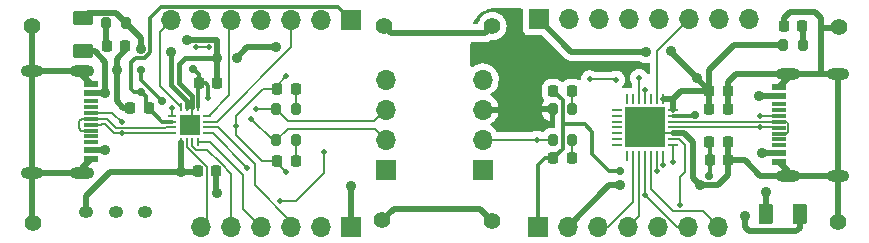
<source format=gtl>
%TF.GenerationSoftware,KiCad,Pcbnew,(6.0.8)*%
%TF.CreationDate,2022-10-12T10:35:20+08:00*%
%TF.ProjectId,UINIO-USB-UART,55494e49-4f2d-4555-9342-2d554152542e,Hank*%
%TF.SameCoordinates,Original*%
%TF.FileFunction,Copper,L1,Top*%
%TF.FilePolarity,Positive*%
%FSLAX46Y46*%
G04 Gerber Fmt 4.6, Leading zero omitted, Abs format (unit mm)*
G04 Created by KiCad (PCBNEW (6.0.8)) date 2022-10-12 10:35:20*
%MOMM*%
%LPD*%
G01*
G04 APERTURE LIST*
G04 Aperture macros list*
%AMRoundRect*
0 Rectangle with rounded corners*
0 $1 Rounding radius*
0 $2 $3 $4 $5 $6 $7 $8 $9 X,Y pos of 4 corners*
0 Add a 4 corners polygon primitive as box body*
4,1,4,$2,$3,$4,$5,$6,$7,$8,$9,$2,$3,0*
0 Add four circle primitives for the rounded corners*
1,1,$1+$1,$2,$3*
1,1,$1+$1,$4,$5*
1,1,$1+$1,$6,$7*
1,1,$1+$1,$8,$9*
0 Add four rect primitives between the rounded corners*
20,1,$1+$1,$2,$3,$4,$5,0*
20,1,$1+$1,$4,$5,$6,$7,0*
20,1,$1+$1,$6,$7,$8,$9,0*
20,1,$1+$1,$8,$9,$2,$3,0*%
G04 Aperture macros list end*
%TA.AperFunction,SMDPad,CuDef*%
%ADD10RoundRect,0.250000X-0.375000X-0.625000X0.375000X-0.625000X0.375000X0.625000X-0.375000X0.625000X0*%
%TD*%
%TA.AperFunction,SMDPad,CuDef*%
%ADD11RoundRect,0.225000X-0.225000X-0.250000X0.225000X-0.250000X0.225000X0.250000X-0.225000X0.250000X0*%
%TD*%
%TA.AperFunction,SMDPad,CuDef*%
%ADD12RoundRect,0.218750X0.218750X0.256250X-0.218750X0.256250X-0.218750X-0.256250X0.218750X-0.256250X0*%
%TD*%
%TA.AperFunction,SMDPad,CuDef*%
%ADD13RoundRect,0.200000X-0.200000X-0.275000X0.200000X-0.275000X0.200000X0.275000X-0.200000X0.275000X0*%
%TD*%
%TA.AperFunction,SMDPad,CuDef*%
%ADD14RoundRect,0.250000X0.625000X-0.375000X0.625000X0.375000X-0.625000X0.375000X-0.625000X-0.375000X0*%
%TD*%
%TA.AperFunction,ComponentPad*%
%ADD15O,2.100000X1.000000*%
%TD*%
%TA.AperFunction,ComponentPad*%
%ADD16O,1.900000X1.000000*%
%TD*%
%TA.AperFunction,SMDPad,CuDef*%
%ADD17R,1.150000X0.600000*%
%TD*%
%TA.AperFunction,SMDPad,CuDef*%
%ADD18R,1.150000X0.300000*%
%TD*%
%TA.AperFunction,SMDPad,CuDef*%
%ADD19R,0.905000X0.280000*%
%TD*%
%TA.AperFunction,SMDPad,CuDef*%
%ADD20R,0.280000X0.905000*%
%TD*%
%TA.AperFunction,SMDPad,CuDef*%
%ADD21R,3.350000X3.350000*%
%TD*%
%TA.AperFunction,SMDPad,CuDef*%
%ADD22RoundRect,0.225000X0.225000X0.250000X-0.225000X0.250000X-0.225000X-0.250000X0.225000X-0.250000X0*%
%TD*%
%TA.AperFunction,ComponentPad*%
%ADD23O,1.200000X1.000000*%
%TD*%
%TA.AperFunction,ComponentPad*%
%ADD24R,1.700000X1.700000*%
%TD*%
%TA.AperFunction,ComponentPad*%
%ADD25O,1.700000X1.700000*%
%TD*%
%TA.AperFunction,SMDPad,CuDef*%
%ADD26RoundRect,0.200000X0.200000X0.275000X-0.200000X0.275000X-0.200000X-0.275000X0.200000X-0.275000X0*%
%TD*%
%TA.AperFunction,SMDPad,CuDef*%
%ADD27RoundRect,0.218750X-0.218750X-0.256250X0.218750X-0.256250X0.218750X0.256250X-0.218750X0.256250X0*%
%TD*%
%TA.AperFunction,SMDPad,CuDef*%
%ADD28R,0.250000X0.750000*%
%TD*%
%TA.AperFunction,SMDPad,CuDef*%
%ADD29R,0.750000X0.250000*%
%TD*%
%TA.AperFunction,SMDPad,CuDef*%
%ADD30R,1.700000X1.700000*%
%TD*%
%TA.AperFunction,ViaPad*%
%ADD31C,0.900000*%
%TD*%
%TA.AperFunction,ViaPad*%
%ADD32C,1.400000*%
%TD*%
%TA.AperFunction,ViaPad*%
%ADD33C,0.700000*%
%TD*%
%TA.AperFunction,ViaPad*%
%ADD34C,0.500000*%
%TD*%
%TA.AperFunction,Conductor*%
%ADD35C,0.500000*%
%TD*%
%TA.AperFunction,Conductor*%
%ADD36C,0.400000*%
%TD*%
%TA.AperFunction,Conductor*%
%ADD37C,0.300000*%
%TD*%
%TA.AperFunction,Conductor*%
%ADD38C,0.200000*%
%TD*%
G04 APERTURE END LIST*
D10*
%TO.P,F2,1*%
%TO.N,Net-(F2-Pad1)*%
X188660000Y-107570000D03*
%TO.P,F2,2*%
%TO.N,/CP2102_VDD_5V*%
X191460000Y-107570000D03*
%TD*%
D11*
%TO.P,C2,1*%
%TO.N,/CP2102_VDD_5V*%
X183835000Y-98670000D03*
%TO.P,C2,2*%
%TO.N,GND*%
X185385000Y-98670000D03*
%TD*%
D12*
%TO.P,D2,1,K*%
%TO.N,Net-(D2-Pad1)*%
X172180000Y-97160000D03*
%TO.P,D2,2,A*%
%TO.N,/CP2102_VDD_3.3V*%
X170605000Y-97160000D03*
%TD*%
D13*
%TO.P,R6,1*%
%TO.N,/CH343_TXD*%
X147167500Y-101330002D03*
%TO.P,R6,2*%
%TO.N,Net-(D6-Pad1)*%
X148817500Y-101330002D03*
%TD*%
D14*
%TO.P,F1,1*%
%TO.N,Net-(F1-Pad1)*%
X130812500Y-93820000D03*
%TO.P,F1,2*%
%TO.N,/CH343_VDD_5V*%
X130812500Y-91020000D03*
%TD*%
D13*
%TO.P,R5,1*%
%TO.N,/CH343_RXD*%
X147167500Y-98726668D03*
%TO.P,R5,2*%
%TO.N,Net-(D5-Pad1)*%
X148817500Y-98726668D03*
%TD*%
D15*
%TO.P,USB2,13,GND*%
%TO.N,GND*%
X190478700Y-104345000D03*
%TO.P,USB2,14,GND*%
X190478700Y-95695000D03*
D16*
%TO.P,USB2,15,GND*%
X194678700Y-104345000D03*
%TO.P,USB2,16,GND*%
X194678700Y-95695000D03*
D17*
%TO.P,USB2,A1B12,GND*%
X189716700Y-103220000D03*
%TO.P,USB2,A4B9,VBUS*%
%TO.N,Net-(F2-Pad1)*%
X189716700Y-102420000D03*
D18*
%TO.P,USB2,A5,CC1*%
%TO.N,unconnected-(USB2-PadA5)*%
X189716700Y-101270000D03*
%TO.P,USB2,A6,DP1*%
%TO.N,/CP2102_USB_Data_P*%
X189716700Y-100270000D03*
%TO.P,USB2,A7,DN1*%
%TO.N,/CP2102_USB_Data_N*%
X189716700Y-99770000D03*
%TO.P,USB2,A8,SBU1*%
%TO.N,unconnected-(USB2-PadA8)*%
X189716700Y-98770000D03*
D17*
%TO.P,USB2,B1A12,GND*%
%TO.N,GND*%
X189716700Y-96820000D03*
%TO.P,USB2,B4A9,VBUS*%
%TO.N,Net-(F2-Pad1)*%
X189716700Y-97620000D03*
D18*
%TO.P,USB2,B5,CC2*%
%TO.N,unconnected-(USB2-PadB5)*%
X189716700Y-98270000D03*
%TO.P,USB2,B6,DP2*%
%TO.N,/CP2102_USB_Data_P*%
X189716700Y-99270000D03*
%TO.P,USB2,B7,DN2*%
%TO.N,/CP2102_USB_Data_N*%
X189716700Y-100770000D03*
%TO.P,USB2,B8,SBU2*%
%TO.N,unconnected-(USB2-PadB8)*%
X189716700Y-101770000D03*
%TD*%
D19*
%TO.P,U1,1,DCD*%
%TO.N,/CP2102_DCD*%
X180767000Y-101760000D03*
%TO.P,U1,2,RI*%
%TO.N,/CP2102_RI*%
X180767000Y-101260000D03*
%TO.P,U1,3,GND*%
%TO.N,GND*%
X180767000Y-100760000D03*
%TO.P,U1,4,D+*%
%TO.N,/CP2102_USB_Data_P*%
X180767000Y-100260000D03*
%TO.P,U1,5,D-*%
%TO.N,/CP2102_USB_Data_N*%
X180767000Y-99760000D03*
%TO.P,U1,6,VDD*%
%TO.N,/CP2102_VDD_3.3V*%
X180767000Y-99260000D03*
%TO.P,U1,7,REGIN*%
%TO.N,/CP2102_VDD_5V*%
X180767000Y-98760000D03*
D20*
%TO.P,U1,8,VBUS*%
X179890000Y-97883000D03*
%TO.P,U1,9,\u002ARST*%
%TO.N,/CP2102_RST*%
X179390000Y-97883000D03*
%TO.P,U1,10,NC*%
%TO.N,unconnected-(U1-Pad10)*%
X178890000Y-97883000D03*
%TO.P,U1,11,\u002ASUSPEND*%
%TO.N,/CP2102_\u002ASUSPEND*%
X178390000Y-97883000D03*
%TO.P,U1,12,SUSPEND*%
%TO.N,/CP2102_SUSPEND*%
X177890000Y-97883000D03*
%TO.P,U1,13,NC*%
%TO.N,unconnected-(U1-Pad13)*%
X177390000Y-97883000D03*
%TO.P,U1,14,NC*%
%TO.N,unconnected-(U1-Pad14)*%
X176890000Y-97883000D03*
D19*
%TO.P,U1,15,NC*%
%TO.N,unconnected-(U1-Pad15)*%
X176013000Y-98760000D03*
%TO.P,U1,16,NC*%
%TO.N,unconnected-(U1-Pad16)*%
X176013000Y-99260000D03*
%TO.P,U1,17,NC*%
%TO.N,unconnected-(U1-Pad17)*%
X176013000Y-99760000D03*
%TO.P,U1,18,NC*%
%TO.N,unconnected-(U1-Pad18)*%
X176013000Y-100260000D03*
%TO.P,U1,19,NC*%
%TO.N,unconnected-(U1-Pad19)*%
X176013000Y-100760000D03*
%TO.P,U1,20,NC*%
%TO.N,unconnected-(U1-Pad20)*%
X176013000Y-101260000D03*
%TO.P,U1,21,NC*%
%TO.N,unconnected-(U1-Pad21)*%
X176013000Y-101760000D03*
D20*
%TO.P,U1,22,NC*%
%TO.N,unconnected-(U1-Pad22)*%
X176890000Y-102637000D03*
%TO.P,U1,23,CTS*%
%TO.N,/CP2102_CTS*%
X177390000Y-102637000D03*
%TO.P,U1,24,RTS*%
%TO.N,/CP2102_RTS*%
X177890000Y-102637000D03*
%TO.P,U1,25,RXD*%
%TO.N,/CP2102_RXD*%
X178390000Y-102637000D03*
%TO.P,U1,26,TXD*%
%TO.N,/CP2102_TXD*%
X178890000Y-102637000D03*
%TO.P,U1,27,DSR*%
%TO.N,/CP2102_DSR*%
X179390000Y-102637000D03*
%TO.P,U1,28,DTR*%
%TO.N,/CP2102_DTR*%
X179890000Y-102637000D03*
D21*
%TO.P,U1,29,HEAT_TAB*%
%TO.N,GND*%
X178390000Y-100260000D03*
%TD*%
D13*
%TO.P,R1,1*%
%TO.N,Net-(D1-Pad2)*%
X132777500Y-91430000D03*
%TO.P,R1,2*%
%TO.N,/CH343_VDD_5V*%
X134427500Y-91430000D03*
%TD*%
D12*
%TO.P,D5,1,K*%
%TO.N,Net-(D5-Pad1)*%
X148800000Y-96960000D03*
%TO.P,D5,2,A*%
%TO.N,/CH343_VIO*%
X147225000Y-96960000D03*
%TD*%
D22*
%TO.P,C5,1*%
%TO.N,GND*%
X142065000Y-103980000D03*
%TO.P,C5,2*%
%TO.N,/CH343_VDD_5V*%
X140515000Y-103980000D03*
%TD*%
D23*
%TO.P,SW1,1,1*%
%TO.N,/CH343_VDD_5V*%
X131060000Y-107380000D03*
%TO.P,SW1,2,2*%
%TO.N,/CH343_VIO*%
X133560000Y-107380000D03*
%TO.P,SW1,3,3*%
%TO.N,/CH343_VDD_3.3V*%
X136060000Y-107380000D03*
%TD*%
D11*
%TO.P,C7,1*%
%TO.N,/CH343_VIO*%
X140593800Y-96520000D03*
%TO.P,C7,2*%
%TO.N,GND*%
X142143800Y-96520000D03*
%TD*%
D24*
%TO.P,J2,1,Pin_1*%
%TO.N,/CP2102_RTS*%
X164640000Y-103820000D03*
D25*
%TO.P,J2,2,Pin_2*%
%TO.N,/CP2102_TXD*%
X164640000Y-101280000D03*
%TO.P,J2,3,Pin_3*%
%TO.N,/CP2102_RXD*%
X164640000Y-98740000D03*
%TO.P,J2,4,Pin_4*%
%TO.N,/CP2102_DTR*%
X164640000Y-96200000D03*
%TD*%
D26*
%TO.P,R4,1*%
%TO.N,Net-(D4-Pad2)*%
X191735000Y-93270000D03*
%TO.P,R4,2*%
%TO.N,/CP2102_VDD_5V*%
X190085000Y-93270000D03*
%TD*%
D11*
%TO.P,C4,1*%
%TO.N,/CP2102_VDD_3.3V*%
X183835000Y-101468000D03*
%TO.P,C4,2*%
%TO.N,GND*%
X185385000Y-101468000D03*
%TD*%
D13*
%TO.P,R3,1*%
%TO.N,/CP2102_TXD*%
X170565000Y-101290000D03*
%TO.P,R3,2*%
%TO.N,Net-(D3-Pad1)*%
X172215000Y-101290000D03*
%TD*%
D15*
%TO.P,USB1,13,GND*%
%TO.N,GND*%
X130671500Y-95445000D03*
%TO.P,USB1,14,GND*%
X130671500Y-104095000D03*
D16*
%TO.P,USB1,15,GND*%
X126471500Y-95445000D03*
%TO.P,USB1,16,GND*%
X126471500Y-104095000D03*
D17*
%TO.P,USB1,A1B12,GND*%
X131433500Y-96570000D03*
%TO.P,USB1,A4B9,VBUS*%
%TO.N,Net-(F1-Pad1)*%
X131433500Y-97370000D03*
D18*
%TO.P,USB1,A5,CC1*%
%TO.N,unconnected-(USB1-PadA5)*%
X131433500Y-98520000D03*
%TO.P,USB1,A6,DP1*%
%TO.N,/CH343_USB_Data_P*%
X131433500Y-99520000D03*
%TO.P,USB1,A7,DN1*%
%TO.N,/CH343_USB_Data_N*%
X131433500Y-100020000D03*
%TO.P,USB1,A8,SBU1*%
%TO.N,unconnected-(USB1-PadA8)*%
X131433500Y-101020000D03*
D17*
%TO.P,USB1,B1A12,GND*%
%TO.N,GND*%
X131433500Y-102970000D03*
%TO.P,USB1,B4A9,VBUS*%
%TO.N,Net-(F1-Pad1)*%
X131433500Y-102170000D03*
D18*
%TO.P,USB1,B5,CC2*%
%TO.N,unconnected-(USB1-PadB5)*%
X131433500Y-101520000D03*
%TO.P,USB1,B6,DP2*%
%TO.N,/CH343_USB_Data_P*%
X131433500Y-100520000D03*
%TO.P,USB1,B7,DN2*%
%TO.N,/CH343_USB_Data_N*%
X131433500Y-99020000D03*
%TO.P,USB1,B8,SBU2*%
%TO.N,unconnected-(USB1-PadB8)*%
X131433500Y-98020000D03*
%TD*%
D24*
%TO.P,J5,1,Pin_1*%
%TO.N,/CH343_RTS*%
X156432500Y-103850000D03*
D25*
%TO.P,J5,2,Pin_2*%
%TO.N,/CH343_TXD*%
X156432500Y-101310000D03*
%TO.P,J5,3,Pin_3*%
%TO.N,/CH343_RXD*%
X156432500Y-98770000D03*
%TO.P,J5,4,Pin_4*%
%TO.N,/CH343_DTR*%
X156432500Y-96230000D03*
%TD*%
D12*
%TO.P,D3,1,K*%
%TO.N,Net-(D3-Pad1)*%
X172173500Y-102852000D03*
%TO.P,D3,2,A*%
%TO.N,/CP2102_VDD_3.3V*%
X170598500Y-102852000D03*
%TD*%
%TO.P,D1,1,K*%
%TO.N,GND*%
X134392000Y-93374000D03*
%TO.P,D1,2,A*%
%TO.N,Net-(D1-Pad2)*%
X132817000Y-93374000D03*
%TD*%
%TO.P,D6,1,K*%
%TO.N,Net-(D6-Pad1)*%
X148800000Y-103096668D03*
%TO.P,D6,2,A*%
%TO.N,/CH343_VIO*%
X147225000Y-103096668D03*
%TD*%
D11*
%TO.P,C6,1*%
%TO.N,GND*%
X134797800Y-98590000D03*
%TO.P,C6,2*%
%TO.N,/CH343_VDD_3.3V*%
X136347800Y-98590000D03*
%TD*%
D27*
%TO.P,D4,1,K*%
%TO.N,GND*%
X190132500Y-91670000D03*
%TO.P,D4,2,A*%
%TO.N,Net-(D4-Pad2)*%
X191707500Y-91670000D03*
%TD*%
D11*
%TO.P,C3,1*%
%TO.N,/CP2102_VDD_3.3V*%
X183845000Y-103030000D03*
%TO.P,C3,2*%
%TO.N,GND*%
X185395000Y-103030000D03*
%TD*%
%TO.P,C1,1*%
%TO.N,/CP2102_VDD_5V*%
X183835000Y-97150000D03*
%TO.P,C1,2*%
%TO.N,GND*%
X185385000Y-97150000D03*
%TD*%
D13*
%TO.P,R2,1*%
%TO.N,/CP2102_RXD*%
X170570000Y-98720000D03*
%TO.P,R2,2*%
%TO.N,Net-(D2-Pad1)*%
X172220000Y-98720000D03*
%TD*%
D28*
%TO.P,U2,1,VIO*%
%TO.N,/CH343_VIO*%
X140560800Y-98560000D03*
%TO.P,U2,2,GND*%
%TO.N,GND*%
X140061800Y-98560000D03*
%TO.P,U2,3,VDD5*%
%TO.N,/CH343_VDD_5V*%
X139560800Y-98560000D03*
%TO.P,U2,4,TXD*%
%TO.N,/CH343_TXD*%
X139061800Y-98560000D03*
D29*
%TO.P,U2,5,RXD*%
%TO.N,/CH343_RXD*%
X138362800Y-99260000D03*
%TO.P,U2,6,V3*%
%TO.N,/CH343_VDD_3.3V*%
X138362800Y-99760000D03*
%TO.P,U2,7,UD+*%
%TO.N,/CH343_USB_Data_P*%
X138362800Y-100260000D03*
%TO.P,U2,8,UD-*%
%TO.N,/CH343_USB_Data_N*%
X138362800Y-100760000D03*
D28*
%TO.P,U2,9,VBUS*%
%TO.N,/CH343_VDD_5V*%
X139062800Y-101460000D03*
%TO.P,U2,10,ACT#*%
%TO.N,/CH343_ACT#*%
X139562800Y-101460000D03*
%TO.P,U2,11,DCD*%
%TO.N,/CH343_DCD*%
X140062800Y-101460000D03*
%TO.P,U2,12,DTRTNOW*%
%TO.N,/CH343_DTR*%
X140561800Y-101460000D03*
D29*
%TO.P,U2,13,RTS*%
%TO.N,/CH343_RTS*%
X141262800Y-100760000D03*
%TO.P,U2,14,DSR*%
%TO.N,/CH343_DSR*%
X141262800Y-100260000D03*
%TO.P,U2,15,CTS*%
%TO.N,/CH343_CTS*%
X141262800Y-99760000D03*
%TO.P,U2,16,RI*%
%TO.N,/CH343_RI*%
X141262800Y-99260000D03*
D30*
%TO.P,U2,17,EP*%
%TO.N,GND*%
X139812800Y-100010000D03*
%TD*%
D24*
%TO.P,J4,1,Pin_1*%
%TO.N,/CH343_VDD_5V*%
X153500000Y-108700000D03*
D25*
%TO.P,J4,2,Pin_2*%
%TO.N,GND*%
X150960000Y-108700000D03*
%TO.P,J4,3,Pin_3*%
%TO.N,/CH343_DSR*%
X148420000Y-108700000D03*
%TO.P,J4,4,Pin_4*%
%TO.N,/CH343_DTR*%
X145880000Y-108700000D03*
%TO.P,J4,5,Pin_5*%
%TO.N,/CH343_DCD*%
X143340000Y-108700000D03*
%TO.P,J4,6,Pin_6*%
%TO.N,/CH343_ACT#*%
X140800000Y-108700000D03*
%TD*%
D24*
%TO.P,J3,1,Pin_1*%
%TO.N,/CP2102_VDD_3.3V*%
X169341000Y-108646000D03*
D25*
%TO.P,J3,2,Pin_2*%
%TO.N,GND*%
X171881000Y-108646000D03*
%TO.P,J3,3,Pin_3*%
%TO.N,/CP2102_CTS*%
X174421000Y-108646000D03*
%TO.P,J3,4,Pin_4*%
%TO.N,/CP2102_RTS*%
X176961000Y-108646000D03*
%TO.P,J3,5,Pin_5*%
%TO.N,/CP2102_RI*%
X179501000Y-108646000D03*
%TO.P,J3,6,Pin_6*%
%TO.N,/CP2102_RXD*%
X182041000Y-108646000D03*
%TO.P,J3,7,Pin_7*%
%TO.N,/CP2102_TXD*%
X184581000Y-108646000D03*
%TD*%
D24*
%TO.P,J1,1,Pin_1*%
%TO.N,/CP2102_VDD_5V*%
X169400000Y-91100000D03*
D25*
%TO.P,J1,2,Pin_2*%
%TO.N,GND*%
X171940000Y-91100000D03*
%TO.P,J1,3,Pin_3*%
%TO.N,/CP2102_DSR*%
X174480000Y-91100000D03*
%TO.P,J1,4,Pin_4*%
%TO.N,/CP2102_DTR*%
X177020000Y-91100000D03*
%TO.P,J1,5,Pin_5*%
%TO.N,/CP2102_DCD*%
X179560000Y-91100000D03*
%TO.P,J1,6,Pin_6*%
%TO.N,/CP2102_RST*%
X182100000Y-91100000D03*
%TO.P,J1,7,Pin_7*%
%TO.N,/CP2102_SUSPEND*%
X184640000Y-91100000D03*
%TO.P,J1,8,Pin_8*%
%TO.N,/CP2102_\u002ASUSPEND*%
X187180000Y-91100000D03*
%TD*%
D24*
%TO.P,J6,1,Pin_1*%
%TO.N,/CH343_VDD_3.3V*%
X153500000Y-91194000D03*
D25*
%TO.P,J6,2,Pin_2*%
%TO.N,GND*%
X150960000Y-91194000D03*
%TO.P,J6,3,Pin_3*%
%TO.N,/CH343_CTS*%
X148420000Y-91194000D03*
%TO.P,J6,4,Pin_4*%
%TO.N,/CH343_RTS*%
X145880000Y-91194000D03*
%TO.P,J6,5,Pin_5*%
%TO.N,/CH343_RI*%
X143340000Y-91194000D03*
%TO.P,J6,6,Pin_6*%
%TO.N,/CH343_RXD*%
X140800000Y-91194000D03*
%TO.P,J6,7,Pin_7*%
%TO.N,/CH343_TXD*%
X138260000Y-91194000D03*
%TD*%
D31*
%TO.N,/CP2102_VDD_5V*%
X178460000Y-93840000D03*
X182760000Y-96090000D03*
X180580000Y-93810000D03*
X186850000Y-107760000D03*
D32*
%TO.N,GND*%
X194840000Y-91790000D03*
X126440000Y-91650000D03*
D31*
X139580000Y-92820000D03*
X133640000Y-95430000D03*
X147160000Y-93480000D03*
D32*
X165420000Y-108150000D03*
X156280000Y-91650000D03*
D31*
X183060000Y-105160000D03*
X142139500Y-94340000D03*
X143809500Y-94340000D03*
X176250000Y-105170000D03*
D32*
X165450000Y-91670000D03*
X194700000Y-108240000D03*
D31*
X142100000Y-105840000D03*
D32*
X126540000Y-108350000D03*
X156140000Y-108110000D03*
D31*
%TO.N,/CH343_VDD_5V*%
X138280000Y-93900000D03*
X139060000Y-103990000D03*
X135720000Y-93640000D03*
X153500000Y-105239500D03*
D33*
%TO.N,/CP2102_VDD_3.3V*%
X183820000Y-104350000D03*
X182650000Y-99190000D03*
X176250000Y-103910000D03*
%TO.N,/CH343_VDD_3.3V*%
X135730000Y-97220000D03*
D34*
%TO.N,/CH343_VIO*%
X148020000Y-95920000D03*
D33*
X137460000Y-97990000D03*
D34*
X148020000Y-104020000D03*
D33*
X140150000Y-95300000D03*
D34*
X143750000Y-100130000D03*
X141400000Y-97770000D03*
D33*
X135720000Y-95400000D03*
D31*
%TO.N,Net-(F1-Pad1)*%
X132670000Y-102200000D03*
X132690000Y-97360000D03*
%TO.N,Net-(F2-Pad1)*%
X188650000Y-105710000D03*
X188280000Y-102440000D03*
X188040000Y-97610000D03*
D34*
%TO.N,/CP2102_DSR*%
X179400000Y-103940500D03*
%TO.N,/CP2102_DTR*%
X175940000Y-96200000D03*
X179900000Y-103410000D03*
X173700000Y-96180000D03*
%TO.N,/CP2102_DCD*%
X180770000Y-103160000D03*
%TO.N,/CP2102_SUSPEND*%
X177880000Y-96060000D03*
%TO.N,/CP2102_\u002ASUSPEND*%
X178380000Y-97070000D03*
%TO.N,/CP2102_TXD*%
X169230000Y-101280000D03*
%TO.N,/CP2102_RXD*%
X178390000Y-105940000D03*
X169210000Y-98740000D03*
%TO.N,/CH343_DTR*%
X151170000Y-102360000D03*
X147470000Y-106510000D03*
%TO.N,/CH343_TXD*%
X141490000Y-93480000D03*
X145030000Y-99520000D03*
X140350500Y-93440000D03*
%TO.N,/CH343_RXD*%
X145430500Y-98720000D03*
X138360000Y-98640000D03*
%TO.N,/CH343_RTS*%
X144670000Y-103670000D03*
%TO.N,/CP2102_RI*%
X181300000Y-106859500D03*
%TO.N,/CP2102_USB_Data_P*%
X188115000Y-100235000D03*
X188120000Y-99270000D03*
%TO.N,/CH343_USB_Data_N*%
X134100000Y-99835500D03*
X134100000Y-100740000D03*
%TD*%
D35*
%TO.N,Net-(F2-Pad1)*%
X189696700Y-102440000D02*
X189716700Y-102420000D01*
X188280000Y-102440000D02*
X189696700Y-102440000D01*
X189706700Y-97610000D02*
X189716700Y-97620000D01*
X188040000Y-97610000D02*
X189706700Y-97610000D01*
%TO.N,GND*%
X142143800Y-94344300D02*
X142143800Y-96520000D01*
X142139500Y-94340000D02*
X142143800Y-94344300D01*
X142130000Y-92820000D02*
X139580000Y-92820000D01*
X142139500Y-92829500D02*
X142130000Y-92820000D01*
D36*
X139470000Y-94340000D02*
X138910000Y-94900000D01*
X142139500Y-94340000D02*
X139470000Y-94340000D01*
X138910000Y-96480000D02*
X140061800Y-97631800D01*
X138910000Y-94900000D02*
X138910000Y-96480000D01*
X140061800Y-97631800D02*
X140061800Y-98560000D01*
D35*
X142139500Y-94340000D02*
X142139500Y-92829500D01*
X143809500Y-94340000D02*
X144669500Y-93480000D01*
X144669500Y-93480000D02*
X147160000Y-93480000D01*
%TO.N,/CP2102_VDD_5V*%
X191180000Y-109020000D02*
X191460000Y-108740000D01*
X187190000Y-109020000D02*
X191180000Y-109020000D01*
X191460000Y-108740000D02*
X191460000Y-107570000D01*
X186850000Y-108680000D02*
X187190000Y-109020000D01*
X186850000Y-107760000D02*
X186850000Y-108680000D01*
%TO.N,Net-(F2-Pad1)*%
X188660000Y-107570000D02*
X188660000Y-105720000D01*
X188660000Y-105720000D02*
X188650000Y-105710000D01*
%TO.N,GND*%
X188135000Y-104345000D02*
X190478700Y-104345000D01*
X186820000Y-103030000D02*
X188135000Y-104345000D01*
X185395000Y-103030000D02*
X186820000Y-103030000D01*
D37*
%TO.N,/CH343_VIO*%
X140593800Y-95743800D02*
X140593800Y-96520000D01*
X140150000Y-95300000D02*
X140593800Y-95743800D01*
%TO.N,/CH343_VDD_3.3V*%
X152400000Y-90094000D02*
X153500000Y-91194000D01*
X137406000Y-90094000D02*
X152400000Y-90094000D01*
X136500000Y-91000000D02*
X137406000Y-90094000D01*
X136500000Y-93849950D02*
X136500000Y-91000000D01*
X136009950Y-94340000D02*
X136500000Y-93849950D01*
X135260000Y-94340000D02*
X136009950Y-94340000D01*
X134870000Y-94730000D02*
X135260000Y-94340000D01*
X135130000Y-97220000D02*
X134870000Y-96960000D01*
X135730000Y-97220000D02*
X135130000Y-97220000D01*
X135730000Y-97220000D02*
X136090000Y-97580000D01*
X136090000Y-97580000D02*
X136090000Y-98332200D01*
X134870000Y-96960000D02*
X134870000Y-94730000D01*
%TO.N,/CH343_VIO*%
X135720000Y-96250000D02*
X137460000Y-97990000D01*
X135720000Y-95400000D02*
X135720000Y-96250000D01*
D38*
%TO.N,/CH343_TXD*%
X137290000Y-92204000D02*
X138280000Y-91214000D01*
X137290000Y-96788200D02*
X137290000Y-92204000D01*
X139061800Y-98560000D02*
X137290000Y-96788200D01*
D36*
%TO.N,/CH343_VDD_5V*%
X138270000Y-96700000D02*
X139560800Y-97990800D01*
X138270000Y-93910000D02*
X138270000Y-96700000D01*
X139560800Y-97990800D02*
X139560800Y-98560000D01*
X138280000Y-93900000D02*
X138270000Y-93910000D01*
D38*
%TO.N,/CH343_RXD*%
X138362800Y-98642800D02*
X138362800Y-99260000D01*
X138360000Y-98640000D02*
X138362800Y-98642800D01*
%TO.N,/CH343_TXD*%
X141450000Y-93440000D02*
X140350500Y-93440000D01*
X141490000Y-93480000D02*
X141450000Y-93440000D01*
D35*
%TO.N,/CP2102_VDD_5V*%
X183835000Y-97150000D02*
X181450000Y-97150000D01*
X183835000Y-98670000D02*
X183835000Y-97150000D01*
X185920000Y-93270000D02*
X190085000Y-93270000D01*
X183835000Y-97150000D02*
X183835000Y-95355000D01*
X172140000Y-93840000D02*
X178460000Y-93840000D01*
X183835000Y-95355000D02*
X185920000Y-93270000D01*
X180580000Y-93810000D02*
X180580000Y-93910000D01*
X169400000Y-91100000D02*
X172140000Y-93840000D01*
X180580000Y-93910000D02*
X182760000Y-96090000D01*
X179890000Y-97883000D02*
X180717000Y-97883000D01*
X183820000Y-97150000D02*
X182760000Y-96090000D01*
X181450000Y-97150000D02*
X180767000Y-97833000D01*
X180717000Y-97883000D02*
X180767000Y-97833000D01*
X180767000Y-97833000D02*
X180767000Y-98760000D01*
%TO.N,GND*%
X134392000Y-93688000D02*
X134392000Y-93374000D01*
X165420000Y-108150000D02*
X164400000Y-107130000D01*
X194700000Y-104366300D02*
X194678700Y-104345000D01*
D36*
X142065000Y-103980000D02*
X142070000Y-103985000D01*
D38*
X180767000Y-100760000D02*
X178890000Y-100760000D01*
D35*
X185385000Y-96405000D02*
X186095000Y-95695000D01*
X190478700Y-103982000D02*
X189716700Y-103220000D01*
X183060000Y-105160000D02*
X182400000Y-104500000D01*
X130671500Y-103732000D02*
X131433500Y-102970000D01*
X190478700Y-104345000D02*
X194678700Y-104345000D01*
X126471500Y-104095000D02*
X126471500Y-108281500D01*
X164840000Y-92280000D02*
X165450000Y-91670000D01*
X185385000Y-97150000D02*
X185385000Y-98670000D01*
X193270000Y-90990000D02*
X193270000Y-91830000D01*
X185385000Y-103020000D02*
X185395000Y-103030000D01*
X190478700Y-95695000D02*
X190478700Y-96058000D01*
X126471500Y-95445000D02*
X126471500Y-91681500D01*
X193270000Y-91830000D02*
X193270000Y-95600000D01*
X185395000Y-104285000D02*
X185395000Y-103030000D01*
X133640000Y-95430000D02*
X133640000Y-98020000D01*
X192750000Y-90470000D02*
X193270000Y-90990000D01*
X190478700Y-96058000D02*
X189716700Y-96820000D01*
X134210000Y-98590000D02*
X134797800Y-98590000D01*
X194678700Y-95695000D02*
X194678700Y-104345000D01*
X130671500Y-95808000D02*
X131433500Y-96570000D01*
X156910000Y-92280000D02*
X164840000Y-92280000D01*
X193365000Y-95695000D02*
X194678700Y-95695000D01*
X142100000Y-105840000D02*
X142070000Y-105810000D01*
X190478700Y-104345000D02*
X190478700Y-103982000D01*
X126471500Y-108281500D02*
X126540000Y-108350000D01*
X193270000Y-95600000D02*
X193365000Y-95695000D01*
X182400000Y-101472000D02*
X181688000Y-100760000D01*
X194700000Y-108240000D02*
X194700000Y-104366300D01*
X184520000Y-105160000D02*
X185395000Y-104285000D01*
X190620000Y-90470000D02*
X192750000Y-90470000D01*
X190132500Y-90957500D02*
X190620000Y-90470000D01*
X142070000Y-105810000D02*
X142070000Y-103985000D01*
X133640000Y-95430000D02*
X133640000Y-94440000D01*
X164400000Y-107130000D02*
X157120000Y-107130000D01*
X157120000Y-107130000D02*
X156140000Y-108110000D01*
X194800000Y-91830000D02*
X194840000Y-91790000D01*
X183060000Y-105160000D02*
X184520000Y-105160000D01*
X185385000Y-101468000D02*
X185385000Y-103020000D01*
X126471500Y-95445000D02*
X130671500Y-95445000D01*
X175357000Y-105170000D02*
X171881000Y-108646000D01*
D38*
X140061800Y-99761000D02*
X139812800Y-100010000D01*
D35*
X133640000Y-98020000D02*
X134210000Y-98590000D01*
D38*
X178890000Y-100760000D02*
X178390000Y-100260000D01*
D35*
X185385000Y-97150000D02*
X185385000Y-96405000D01*
X182400000Y-104500000D02*
X182400000Y-101472000D01*
X126471500Y-104095000D02*
X130671500Y-104095000D01*
X190478700Y-95695000D02*
X193365000Y-95695000D01*
X126471500Y-95445000D02*
X126471500Y-104095000D01*
X130671500Y-95445000D02*
X130671500Y-95808000D01*
X186095000Y-95695000D02*
X190478700Y-95695000D01*
X176250000Y-105170000D02*
X175357000Y-105170000D01*
X126471500Y-91681500D02*
X126440000Y-91650000D01*
X181688000Y-100760000D02*
X180767000Y-100760000D01*
X133640000Y-94440000D02*
X134392000Y-93688000D01*
X130671500Y-104095000D02*
X130671500Y-103732000D01*
X156280000Y-91650000D02*
X156910000Y-92280000D01*
D38*
X140061800Y-98560000D02*
X140061800Y-99761000D01*
D35*
X190132500Y-91670000D02*
X190132500Y-90957500D01*
X193270000Y-91830000D02*
X194800000Y-91830000D01*
%TO.N,/CH343_VDD_5V*%
X131060000Y-107380000D02*
X131060000Y-106090000D01*
X131227500Y-90605000D02*
X133602500Y-90605000D01*
X139060000Y-103990000D02*
X139060000Y-104040000D01*
X131060000Y-106090000D02*
X133110000Y-104040000D01*
X139060000Y-104040000D02*
X140455000Y-104040000D01*
X133110000Y-104040000D02*
X139060000Y-104040000D01*
X153500000Y-105239500D02*
X153500000Y-108700000D01*
X139062800Y-103987200D02*
X139060000Y-103990000D01*
X135720000Y-92722500D02*
X134427500Y-91430000D01*
X133602500Y-90605000D02*
X134427500Y-91430000D01*
X139062800Y-101460000D02*
X139062800Y-103987200D01*
X130812500Y-91020000D02*
X131227500Y-90605000D01*
X135720000Y-93640000D02*
X135720000Y-92722500D01*
D37*
%TO.N,/CP2102_VDD_3.3V*%
X171410000Y-102040500D02*
X170598500Y-102852000D01*
X173290000Y-99970000D02*
X171410000Y-99970000D01*
X171410000Y-99970000D02*
X171410000Y-102040500D01*
X170605000Y-97160000D02*
X171410000Y-97965000D01*
X183845000Y-104325000D02*
X183845000Y-103030000D01*
X182580000Y-99260000D02*
X180767000Y-99260000D01*
X169888000Y-102852000D02*
X170598500Y-102852000D01*
X173930000Y-100610000D02*
X173290000Y-99970000D01*
X169341000Y-103399000D02*
X169888000Y-102852000D01*
X175350000Y-103910000D02*
X173930000Y-102490000D01*
X173930000Y-102490000D02*
X173930000Y-100610000D01*
X182650000Y-99190000D02*
X182580000Y-99260000D01*
X176250000Y-103910000D02*
X175350000Y-103910000D01*
X171410000Y-97965000D02*
X171410000Y-99970000D01*
X183820000Y-104350000D02*
X183845000Y-104325000D01*
X169341000Y-108646000D02*
X169341000Y-103399000D01*
X183845000Y-103030000D02*
X183845000Y-101478000D01*
%TO.N,/CH343_VDD_3.3V*%
X138362800Y-99760000D02*
X137517800Y-99760000D01*
X137517800Y-99760000D02*
X136347800Y-98590000D01*
D35*
%TO.N,Net-(D1-Pad2)*%
X132777500Y-91430000D02*
X132777500Y-93334500D01*
X132777500Y-93334500D02*
X132817000Y-93374000D01*
D38*
%TO.N,Net-(D2-Pad1)*%
X172220000Y-98720000D02*
X172220000Y-97200000D01*
%TO.N,Net-(D3-Pad1)*%
X172173500Y-102852000D02*
X172173500Y-101331500D01*
D35*
%TO.N,Net-(D4-Pad2)*%
X191735000Y-93270000D02*
X191735000Y-91697500D01*
D38*
%TO.N,Net-(D5-Pad1)*%
X148800000Y-96960000D02*
X148800000Y-98709168D01*
%TO.N,/CH343_VIO*%
X143750000Y-100130000D02*
X143750000Y-99250000D01*
X143750000Y-100920000D02*
X145926668Y-103096668D01*
X148020000Y-95920000D02*
X147225000Y-96715000D01*
D37*
X141170000Y-96520000D02*
X140593800Y-96520000D01*
D38*
X146040000Y-96960000D02*
X147225000Y-96960000D01*
X148020000Y-104020000D02*
X147995000Y-104020000D01*
D37*
X141400000Y-97770000D02*
X141400000Y-96750000D01*
D38*
X147320000Y-103345000D02*
X147225000Y-103345000D01*
X143750000Y-100130000D02*
X143750000Y-100920000D01*
X147995000Y-104020000D02*
X147320000Y-103345000D01*
X143750000Y-99250000D02*
X146040000Y-96960000D01*
D37*
X141400000Y-96750000D02*
X141170000Y-96520000D01*
X140560800Y-98560000D02*
X140560800Y-96553000D01*
D38*
X145926668Y-103096668D02*
X147225000Y-103096668D01*
%TO.N,Net-(D6-Pad1)*%
X148817500Y-101330002D02*
X148817500Y-103079168D01*
D35*
%TO.N,Net-(F1-Pad1)*%
X132700000Y-94730000D02*
X131790000Y-93820000D01*
X132680000Y-97370000D02*
X132700000Y-97350000D01*
X131433500Y-97370000D02*
X132680000Y-97370000D01*
X132640000Y-102170000D02*
X132670000Y-102200000D01*
X132700000Y-97350000D02*
X132700000Y-94730000D01*
X131433500Y-102170000D02*
X132640000Y-102170000D01*
X131790000Y-93820000D02*
X130812500Y-93820000D01*
D38*
%TO.N,/CP2102_DSR*%
X179400000Y-103940500D02*
X179390000Y-103930500D01*
X179390000Y-103930500D02*
X179390000Y-102637000D01*
%TO.N,/CP2102_DTR*%
X175920000Y-96180000D02*
X175940000Y-96200000D01*
X179900000Y-103410000D02*
X179900000Y-102647000D01*
X173700000Y-96180000D02*
X175920000Y-96180000D01*
%TO.N,/CP2102_DCD*%
X180770000Y-103160000D02*
X180767000Y-103157000D01*
X180767000Y-103157000D02*
X180767000Y-101760000D01*
%TO.N,/CP2102_SUSPEND*%
X177880000Y-96060000D02*
X177890000Y-96070000D01*
X177890000Y-96070000D02*
X177890000Y-97883000D01*
%TO.N,/CP2102_\u002ASUSPEND*%
X178390000Y-97883000D02*
X178390000Y-97080000D01*
X178390000Y-97080000D02*
X178380000Y-97070000D01*
%TO.N,/CP2102_TXD*%
X183320000Y-107360000D02*
X184581000Y-108621000D01*
X178890000Y-102637000D02*
X178890000Y-105500000D01*
X169230000Y-101280000D02*
X170555000Y-101280000D01*
X164640000Y-101280000D02*
X169230000Y-101280000D01*
X178890000Y-105500000D02*
X180750000Y-107360000D01*
X180750000Y-107360000D02*
X183320000Y-107360000D01*
%TO.N,/CP2102_RXD*%
X169210000Y-98740000D02*
X164640000Y-98740000D01*
X181096000Y-108646000D02*
X182041000Y-108646000D01*
X170550000Y-98740000D02*
X169210000Y-98740000D01*
X178390000Y-105940000D02*
X181096000Y-108646000D01*
X178390000Y-102637000D02*
X178390000Y-105940000D01*
%TO.N,/CP2102_RTS*%
X177890000Y-102637000D02*
X177890000Y-107717000D01*
X177890000Y-107717000D02*
X176961000Y-108646000D01*
%TO.N,/CP2102_CTS*%
X175274000Y-108646000D02*
X174421000Y-108646000D01*
X177390000Y-106530000D02*
X175274000Y-108646000D01*
X177390000Y-102637000D02*
X177390000Y-106530000D01*
%TO.N,/CH343_DSR*%
X142210000Y-100260000D02*
X145320000Y-103370000D01*
X141262800Y-100260000D02*
X142210000Y-100260000D01*
X145320000Y-105150000D02*
X148420000Y-108250000D01*
X145320000Y-103370000D02*
X145320000Y-105150000D01*
%TO.N,/CH343_DTR*%
X151170000Y-104150000D02*
X151170000Y-102360000D01*
X144370000Y-104310000D02*
X144370000Y-107200000D01*
X148810000Y-106510000D02*
X151170000Y-104150000D01*
X141520000Y-101460000D02*
X144370000Y-104310000D01*
X144370000Y-107200000D02*
X145870000Y-108700000D01*
X140561800Y-101460000D02*
X141520000Y-101460000D01*
X147470000Y-106510000D02*
X148810000Y-106510000D01*
%TO.N,/CH343_DCD*%
X140062800Y-101861000D02*
X140361800Y-102160000D01*
X140062800Y-101460000D02*
X140062800Y-101861000D01*
X143340000Y-104178959D02*
X143340000Y-108700000D01*
X141320000Y-102160000D02*
X142465000Y-103305000D01*
X140361800Y-102160000D02*
X141320000Y-102160000D01*
X142465000Y-103305000D02*
X142466041Y-103305000D01*
X142466041Y-103305000D02*
X143340000Y-104178959D01*
%TO.N,/CH343_ACT#*%
X139562800Y-101892800D02*
X141310000Y-103640000D01*
X141310000Y-103640000D02*
X141310000Y-108190000D01*
X139562800Y-101460000D02*
X139562800Y-101892800D01*
%TO.N,/CH343_TXD*%
X146840002Y-101330002D02*
X145030000Y-99520000D01*
X155482500Y-100360000D02*
X156432500Y-101310000D01*
X147167500Y-101330002D02*
X148137502Y-100360000D01*
X148137502Y-100360000D02*
X155482500Y-100360000D01*
X147167500Y-101330002D02*
X146840002Y-101330002D01*
%TO.N,/CH343_RXD*%
X147167500Y-98726668D02*
X148180832Y-99740000D01*
X148180832Y-99740000D02*
X155462500Y-99740000D01*
X145437168Y-98726668D02*
X147167500Y-98726668D01*
X145430500Y-98720000D02*
X145437168Y-98726668D01*
X155462500Y-99740000D02*
X156432500Y-98770000D01*
%TO.N,/CH343_RTS*%
X141760000Y-100760000D02*
X141262800Y-100760000D01*
X144670000Y-103670000D02*
X141760000Y-100760000D01*
%TO.N,/CH343_CTS*%
X148420000Y-93440000D02*
X148420000Y-91194000D01*
X141262800Y-99760000D02*
X142100000Y-99760000D01*
X142100000Y-99760000D02*
X148420000Y-93440000D01*
%TO.N,/CP2102_RI*%
X181259500Y-101260000D02*
X180767000Y-101260000D01*
X181300000Y-106859500D02*
X181300000Y-104440000D01*
X181750000Y-101750500D02*
X181259500Y-101260000D01*
X181300000Y-104440000D02*
X181750000Y-103990000D01*
X181750000Y-103990000D02*
X181750000Y-101750500D01*
%TO.N,/CP2102_USB_Data_P*%
X181470751Y-100235000D02*
X188115000Y-100235000D01*
X181445751Y-100260000D02*
X181470751Y-100235000D01*
X189716700Y-99270000D02*
X188120000Y-99270000D01*
X180767000Y-100260000D02*
X181445751Y-100260000D01*
X188115000Y-100235000D02*
X189910000Y-100235000D01*
%TO.N,/CP2102_USB_Data_N*%
X190340000Y-99770000D02*
X189716700Y-99770000D01*
X190491700Y-100620000D02*
X190491700Y-99921700D01*
X180767000Y-99760000D02*
X181445751Y-99760000D01*
X190341700Y-100770000D02*
X190491700Y-100620000D01*
X189716700Y-100770000D02*
X190341700Y-100770000D01*
X190491700Y-99921700D02*
X190340000Y-99770000D01*
X181445751Y-99760000D02*
X181470751Y-99785000D01*
X181470751Y-99785000D02*
X189910000Y-99785000D01*
%TO.N,/CP2102_RST*%
X179390000Y-97883000D02*
X179390000Y-93810000D01*
X179390000Y-93810000D02*
X182100000Y-91100000D01*
%TO.N,/CH343_USB_Data_P*%
X131433500Y-100520000D02*
X130650000Y-100520000D01*
X137800299Y-100260000D02*
X138362800Y-100260000D01*
X137775299Y-100285000D02*
X137800299Y-100260000D01*
X133603200Y-100285000D02*
X137775299Y-100285000D01*
X130440000Y-100310000D02*
X130440000Y-99750000D01*
X130440000Y-99750000D02*
X130670000Y-99520000D01*
X132296001Y-99520000D02*
X132321001Y-99545000D01*
X130670000Y-99520000D02*
X131433500Y-99520000D01*
X131433500Y-99520000D02*
X132296001Y-99520000D01*
X132321001Y-99545000D02*
X132863200Y-99545000D01*
X132863200Y-99545000D02*
X133603200Y-100285000D01*
X130650000Y-100520000D02*
X130440000Y-100310000D01*
%TO.N,/CH343_USB_Data_N*%
X137775299Y-100735000D02*
X137800299Y-100760000D01*
X132296001Y-100020000D02*
X131433500Y-100020000D01*
X133284500Y-99020000D02*
X131433500Y-99020000D01*
X134105000Y-100735000D02*
X137775299Y-100735000D01*
X133421800Y-100740000D02*
X132676800Y-99995000D01*
X134100000Y-100740000D02*
X134105000Y-100735000D01*
X132676800Y-99995000D02*
X132321001Y-99995000D01*
X134100000Y-99835500D02*
X133284500Y-99020000D01*
X134100000Y-100740000D02*
X133421800Y-100740000D01*
X137800299Y-100760000D02*
X138362800Y-100760000D01*
X132321001Y-99995000D02*
X132296001Y-100020000D01*
%TO.N,/CH343_RI*%
X143160000Y-91374000D02*
X143340000Y-91194000D01*
X141450000Y-99260000D02*
X143160000Y-97550000D01*
X143160000Y-97550000D02*
X143160000Y-91374000D01*
%TD*%
%TA.AperFunction,Conductor*%
%TO.N,/CP2102_RXD*%
G36*
X167983621Y-90188502D02*
G01*
X168030114Y-90242158D01*
X168041500Y-90294500D01*
X168041500Y-91998134D01*
X168048255Y-92060316D01*
X168099385Y-92196705D01*
X168186739Y-92313261D01*
X168303295Y-92400615D01*
X168439684Y-92451745D01*
X168501866Y-92458500D01*
X169633629Y-92458500D01*
X169701750Y-92478502D01*
X169722724Y-92495405D01*
X171556230Y-94328911D01*
X171568616Y-94343323D01*
X171577149Y-94354918D01*
X171577154Y-94354923D01*
X171581492Y-94360818D01*
X171587070Y-94365557D01*
X171587073Y-94365560D01*
X171621768Y-94395035D01*
X171629284Y-94401965D01*
X171634979Y-94407660D01*
X171637861Y-94409940D01*
X171657251Y-94425281D01*
X171660655Y-94428072D01*
X171710703Y-94470591D01*
X171716285Y-94475333D01*
X171722801Y-94478661D01*
X171727850Y-94482028D01*
X171732979Y-94485195D01*
X171738716Y-94489734D01*
X171804875Y-94520655D01*
X171808769Y-94522558D01*
X171873808Y-94555769D01*
X171880916Y-94557508D01*
X171886559Y-94559607D01*
X171892322Y-94561524D01*
X171898950Y-94564622D01*
X171906112Y-94566112D01*
X171906113Y-94566112D01*
X171970412Y-94579486D01*
X171974696Y-94580456D01*
X172045610Y-94597808D01*
X172051212Y-94598156D01*
X172051215Y-94598156D01*
X172056764Y-94598500D01*
X172056762Y-94598536D01*
X172060755Y-94598775D01*
X172064947Y-94599149D01*
X172072115Y-94600640D01*
X172149520Y-94598546D01*
X172152928Y-94598500D01*
X177825919Y-94598500D01*
X177894040Y-94618502D01*
X177901069Y-94623715D01*
X177905630Y-94626885D01*
X177910324Y-94630880D01*
X178074409Y-94722584D01*
X178253180Y-94780670D01*
X178439830Y-94802927D01*
X178445965Y-94802455D01*
X178445967Y-94802455D01*
X178621103Y-94788979D01*
X178621105Y-94788979D01*
X178627247Y-94788506D01*
X178633187Y-94786848D01*
X178633615Y-94786772D01*
X178704175Y-94794638D01*
X178759280Y-94839403D01*
X178781500Y-94910857D01*
X178781500Y-95631858D01*
X178761498Y-95699979D01*
X178707842Y-95746472D01*
X178637568Y-95756576D01*
X178572988Y-95727082D01*
X178548646Y-95698628D01*
X178530246Y-95669181D01*
X178478192Y-95585879D01*
X178358286Y-95465132D01*
X178345123Y-95456778D01*
X178282001Y-95416720D01*
X178214608Y-95373951D01*
X178054300Y-95316868D01*
X177885329Y-95296720D01*
X177878326Y-95297456D01*
X177878325Y-95297456D01*
X177723101Y-95313770D01*
X177723097Y-95313771D01*
X177716093Y-95314507D01*
X177709422Y-95316778D01*
X177561673Y-95367075D01*
X177561670Y-95367076D01*
X177555003Y-95369346D01*
X177549005Y-95373036D01*
X177549003Y-95373037D01*
X177416065Y-95454821D01*
X177416063Y-95454823D01*
X177410066Y-95458512D01*
X177355869Y-95511586D01*
X177314191Y-95552401D01*
X177288486Y-95577573D01*
X177284675Y-95583487D01*
X177284673Y-95583489D01*
X177209600Y-95699979D01*
X177196304Y-95720610D01*
X177138103Y-95880516D01*
X177116775Y-96049343D01*
X177133381Y-96218699D01*
X177135605Y-96225384D01*
X177135605Y-96225385D01*
X177146148Y-96257079D01*
X177187094Y-96380167D01*
X177263277Y-96505959D01*
X177281500Y-96571229D01*
X177281500Y-96800296D01*
X177261498Y-96868417D01*
X177207842Y-96914910D01*
X177169111Y-96925558D01*
X177153605Y-96927243D01*
X177126395Y-96927243D01*
X177078134Y-96922000D01*
X176701866Y-96922000D01*
X176639684Y-96928755D01*
X176632288Y-96931527D01*
X176632282Y-96931529D01*
X176616302Y-96937520D01*
X176545495Y-96942703D01*
X176483126Y-96908782D01*
X176448997Y-96846526D01*
X176453944Y-96775702D01*
X176485181Y-96728292D01*
X176488589Y-96725047D01*
X176524721Y-96690639D01*
X176540737Y-96666534D01*
X176612593Y-96558381D01*
X176618891Y-96548902D01*
X176679319Y-96389825D01*
X176680431Y-96381916D01*
X176682616Y-96366368D01*
X176703001Y-96221313D01*
X176703299Y-96200000D01*
X176684331Y-96030892D01*
X176628368Y-95870189D01*
X176538192Y-95725879D01*
X176512473Y-95699979D01*
X176423248Y-95610129D01*
X176418286Y-95605132D01*
X176405230Y-95596846D01*
X176333763Y-95551492D01*
X176274608Y-95513951D01*
X176114300Y-95456868D01*
X175945329Y-95436720D01*
X175938326Y-95437456D01*
X175938325Y-95437456D01*
X175783101Y-95453770D01*
X175783097Y-95453771D01*
X175776093Y-95454507D01*
X175769422Y-95456778D01*
X175621673Y-95507075D01*
X175621670Y-95507076D01*
X175615003Y-95509346D01*
X175609005Y-95513036D01*
X175609003Y-95513037D01*
X175544340Y-95552818D01*
X175478318Y-95571500D01*
X174193411Y-95571500D01*
X174125897Y-95551885D01*
X174040562Y-95497729D01*
X174040558Y-95497727D01*
X174034608Y-95493951D01*
X173874300Y-95436868D01*
X173705329Y-95416720D01*
X173698326Y-95417456D01*
X173698325Y-95417456D01*
X173543101Y-95433770D01*
X173543097Y-95433771D01*
X173536093Y-95434507D01*
X173529422Y-95436778D01*
X173381673Y-95487075D01*
X173381670Y-95487076D01*
X173375003Y-95489346D01*
X173369005Y-95493036D01*
X173369003Y-95493037D01*
X173236065Y-95574821D01*
X173236063Y-95574823D01*
X173230066Y-95578512D01*
X173222543Y-95585879D01*
X173132165Y-95674385D01*
X173108486Y-95697573D01*
X173104675Y-95703487D01*
X173104673Y-95703489D01*
X173024447Y-95827974D01*
X173016304Y-95840610D01*
X172993984Y-95901935D01*
X172965103Y-95981285D01*
X172958103Y-96000516D01*
X172936775Y-96169343D01*
X172934235Y-96169022D01*
X172916761Y-96225570D01*
X172862455Y-96271302D01*
X172792046Y-96280413D01*
X172745620Y-96263221D01*
X172714429Y-96243995D01*
X172714426Y-96243993D01*
X172708192Y-96240151D01*
X172701243Y-96237846D01*
X172553762Y-96188928D01*
X172553760Y-96188928D01*
X172547231Y-96186762D01*
X172447072Y-96176500D01*
X171912928Y-96176500D01*
X171909682Y-96176837D01*
X171909678Y-96176837D01*
X171875897Y-96180342D01*
X171811518Y-96187022D01*
X171650651Y-96240692D01*
X171506445Y-96329929D01*
X171481613Y-96354805D01*
X171419332Y-96388884D01*
X171348512Y-96383882D01*
X171303422Y-96354960D01*
X171282733Y-96334307D01*
X171277553Y-96329136D01*
X171265594Y-96321764D01*
X171212547Y-96289066D01*
X171133192Y-96240151D01*
X171126243Y-96237846D01*
X170978762Y-96188928D01*
X170978760Y-96188928D01*
X170972231Y-96186762D01*
X170872072Y-96176500D01*
X170337928Y-96176500D01*
X170334682Y-96176837D01*
X170334678Y-96176837D01*
X170300897Y-96180342D01*
X170236518Y-96187022D01*
X170075651Y-96240692D01*
X169931445Y-96329929D01*
X169926277Y-96335106D01*
X169926276Y-96335107D01*
X169923306Y-96338082D01*
X169811636Y-96449947D01*
X169807796Y-96456177D01*
X169807795Y-96456178D01*
X169792652Y-96480745D01*
X169722651Y-96594308D01*
X169720346Y-96601256D01*
X169720346Y-96601257D01*
X169688321Y-96697810D01*
X169669262Y-96755269D01*
X169659000Y-96855428D01*
X169659000Y-97464572D01*
X169669522Y-97565982D01*
X169723192Y-97726849D01*
X169727042Y-97733070D01*
X169727045Y-97733077D01*
X169811326Y-97869274D01*
X169830164Y-97937726D01*
X169809003Y-98005496D01*
X169805407Y-98010462D01*
X169723921Y-98145012D01*
X169717715Y-98158757D01*
X169670744Y-98308644D01*
X169668131Y-98321694D01*
X169662266Y-98385521D01*
X169662000Y-98391309D01*
X169662000Y-98447885D01*
X169666475Y-98463124D01*
X169667865Y-98464329D01*
X169675548Y-98466000D01*
X170625500Y-98466000D01*
X170693621Y-98486002D01*
X170740114Y-98539658D01*
X170751500Y-98592000D01*
X170751500Y-99895845D01*
X170749268Y-99919454D01*
X170747576Y-99928324D01*
X170749530Y-99959378D01*
X170751251Y-99986735D01*
X170751500Y-99994647D01*
X170751500Y-100180500D01*
X170731498Y-100248621D01*
X170677842Y-100295114D01*
X170625500Y-100306500D01*
X170318279Y-100306501D01*
X170308366Y-100306501D01*
X170305508Y-100306764D01*
X170305499Y-100306764D01*
X170269996Y-100310026D01*
X170234938Y-100313247D01*
X170228560Y-100315246D01*
X170228559Y-100315246D01*
X170078550Y-100362256D01*
X170078548Y-100362257D01*
X170071301Y-100364528D01*
X169924619Y-100453361D01*
X169803361Y-100574619D01*
X169795272Y-100587976D01*
X169742877Y-100635883D01*
X169672897Y-100647859D01*
X169619981Y-100629092D01*
X169570562Y-100597729D01*
X169570558Y-100597727D01*
X169564608Y-100593951D01*
X169404300Y-100536868D01*
X169235329Y-100516720D01*
X169228326Y-100517456D01*
X169228325Y-100517456D01*
X169073101Y-100533770D01*
X169073097Y-100533771D01*
X169066093Y-100534507D01*
X169059422Y-100536778D01*
X168911673Y-100587075D01*
X168911670Y-100587076D01*
X168905003Y-100589346D01*
X168899005Y-100593036D01*
X168899003Y-100593037D01*
X168801831Y-100652818D01*
X168735809Y-100671500D01*
X165932978Y-100671500D01*
X165864857Y-100651498D01*
X165827186Y-100613940D01*
X165825810Y-100611812D01*
X165775322Y-100533770D01*
X165722822Y-100452617D01*
X165722820Y-100452614D01*
X165720014Y-100448277D01*
X165569670Y-100283051D01*
X165565619Y-100279852D01*
X165565615Y-100279848D01*
X165398414Y-100147800D01*
X165398410Y-100147798D01*
X165394359Y-100144598D01*
X165352569Y-100121529D01*
X165302598Y-100071097D01*
X165287826Y-100001654D01*
X165312942Y-99935248D01*
X165340294Y-99908641D01*
X165515328Y-99783792D01*
X165523200Y-99777139D01*
X165674052Y-99626812D01*
X165680730Y-99618965D01*
X165805003Y-99446020D01*
X165810313Y-99437183D01*
X165904670Y-99246267D01*
X165908469Y-99236672D01*
X165965578Y-99048705D01*
X169662001Y-99048705D01*
X169662264Y-99054454D01*
X169668132Y-99118315D01*
X169670743Y-99131351D01*
X169717715Y-99281243D01*
X169723921Y-99294988D01*
X169804824Y-99428574D01*
X169814131Y-99440443D01*
X169924557Y-99550869D01*
X169936426Y-99560176D01*
X170070012Y-99641079D01*
X170083757Y-99647285D01*
X170233644Y-99694256D01*
X170246694Y-99696869D01*
X170301586Y-99701913D01*
X170313124Y-99698525D01*
X170314329Y-99697135D01*
X170316000Y-99689452D01*
X170316000Y-98992115D01*
X170311525Y-98976876D01*
X170310135Y-98975671D01*
X170302452Y-98974000D01*
X169680116Y-98974000D01*
X169664877Y-98978475D01*
X169663672Y-98979865D01*
X169662001Y-98987548D01*
X169662001Y-99048705D01*
X165965578Y-99048705D01*
X165970377Y-99032910D01*
X165972555Y-99022837D01*
X165973986Y-99011962D01*
X165971775Y-98997778D01*
X165958617Y-98994000D01*
X164512000Y-98994000D01*
X164443879Y-98973998D01*
X164397386Y-98920342D01*
X164386000Y-98868000D01*
X164386000Y-98612000D01*
X164406002Y-98543879D01*
X164459658Y-98497386D01*
X164512000Y-98486000D01*
X165958344Y-98486000D01*
X165971875Y-98482027D01*
X165973180Y-98472947D01*
X165931214Y-98305875D01*
X165927894Y-98296124D01*
X165842972Y-98100814D01*
X165838105Y-98091739D01*
X165722426Y-97912926D01*
X165716136Y-97904757D01*
X165572806Y-97747240D01*
X165565273Y-97740215D01*
X165398139Y-97608222D01*
X165389556Y-97602520D01*
X165352602Y-97582120D01*
X165302631Y-97531687D01*
X165287859Y-97462245D01*
X165312975Y-97395839D01*
X165340327Y-97369232D01*
X165375029Y-97344479D01*
X165519860Y-97241173D01*
X165569002Y-97192203D01*
X165656075Y-97105433D01*
X165678096Y-97083489D01*
X165690765Y-97065859D01*
X165805435Y-96906277D01*
X165808453Y-96902077D01*
X165811890Y-96895124D01*
X165905136Y-96706453D01*
X165905137Y-96706451D01*
X165907430Y-96701811D01*
X165953213Y-96551122D01*
X165970865Y-96493023D01*
X165970865Y-96493021D01*
X165972370Y-96488069D01*
X166001529Y-96266590D01*
X166001722Y-96258701D01*
X166003074Y-96203365D01*
X166003074Y-96203361D01*
X166003156Y-96200000D01*
X165984852Y-95977361D01*
X165930431Y-95760702D01*
X165841354Y-95555840D01*
X165774958Y-95453207D01*
X165722822Y-95372617D01*
X165722820Y-95372614D01*
X165720014Y-95368277D01*
X165569670Y-95203051D01*
X165565619Y-95199852D01*
X165565615Y-95199848D01*
X165398414Y-95067800D01*
X165398410Y-95067798D01*
X165394359Y-95064598D01*
X165372080Y-95052299D01*
X165291107Y-95007600D01*
X165198789Y-94956638D01*
X165193920Y-94954914D01*
X165193916Y-94954912D01*
X164993087Y-94883795D01*
X164993083Y-94883794D01*
X164988212Y-94882069D01*
X164983119Y-94881162D01*
X164983116Y-94881161D01*
X164773373Y-94843800D01*
X164773367Y-94843799D01*
X164768284Y-94842894D01*
X164694452Y-94841992D01*
X164550081Y-94840228D01*
X164550079Y-94840228D01*
X164544911Y-94840165D01*
X164324091Y-94873955D01*
X164111756Y-94943357D01*
X164048448Y-94976313D01*
X163988347Y-95007600D01*
X163913607Y-95046507D01*
X163909474Y-95049610D01*
X163909471Y-95049612D01*
X163873651Y-95076507D01*
X163800152Y-95131691D01*
X163733668Y-95156597D01*
X163664273Y-95141605D01*
X163613999Y-95091474D01*
X163598500Y-95030931D01*
X163598500Y-93164500D01*
X163618502Y-93096379D01*
X163672158Y-93049886D01*
X163724500Y-93038500D01*
X164772930Y-93038500D01*
X164791880Y-93039933D01*
X164806115Y-93042099D01*
X164806119Y-93042099D01*
X164813349Y-93043199D01*
X164820641Y-93042606D01*
X164820644Y-93042606D01*
X164866018Y-93038915D01*
X164876233Y-93038500D01*
X164884293Y-93038500D01*
X164901680Y-93036473D01*
X164912507Y-93035211D01*
X164916882Y-93034778D01*
X164982339Y-93029454D01*
X164982342Y-93029453D01*
X164989637Y-93028860D01*
X164996601Y-93026604D01*
X165002560Y-93025413D01*
X165008415Y-93024029D01*
X165015681Y-93023182D01*
X165084327Y-92998265D01*
X165088455Y-92996848D01*
X165150936Y-92976607D01*
X165150938Y-92976606D01*
X165157899Y-92974351D01*
X165164154Y-92970555D01*
X165169628Y-92968049D01*
X165175058Y-92965330D01*
X165181937Y-92962833D01*
X165188996Y-92958205D01*
X165242976Y-92922814D01*
X165246696Y-92920467D01*
X165290850Y-92893674D01*
X165359464Y-92875435D01*
X165367196Y-92875872D01*
X165444524Y-92882637D01*
X165444525Y-92882637D01*
X165450000Y-92883116D01*
X165660655Y-92864686D01*
X165665968Y-92863262D01*
X165665970Y-92863262D01*
X165859600Y-92811379D01*
X165859602Y-92811378D01*
X165864910Y-92809956D01*
X165903539Y-92791943D01*
X166051577Y-92722912D01*
X166051580Y-92722910D01*
X166056558Y-92720589D01*
X166229776Y-92599301D01*
X166379301Y-92449776D01*
X166500589Y-92276558D01*
X166503230Y-92270896D01*
X166587633Y-92089892D01*
X166587634Y-92089891D01*
X166589956Y-92084910D01*
X166591945Y-92077489D01*
X166643262Y-91885970D01*
X166643262Y-91885968D01*
X166644686Y-91880655D01*
X166663116Y-91670000D01*
X166644686Y-91459345D01*
X166641604Y-91447842D01*
X166591379Y-91260400D01*
X166591378Y-91260398D01*
X166589956Y-91255090D01*
X166527947Y-91122111D01*
X166502912Y-91068423D01*
X166502910Y-91068420D01*
X166500589Y-91063442D01*
X166379301Y-90890224D01*
X166229776Y-90740699D01*
X166056558Y-90619411D01*
X166051580Y-90617090D01*
X166051577Y-90617088D01*
X165869892Y-90532367D01*
X165869891Y-90532366D01*
X165864910Y-90530044D01*
X165859602Y-90528622D01*
X165859600Y-90528621D01*
X165665970Y-90476738D01*
X165665968Y-90476738D01*
X165660655Y-90475314D01*
X165450000Y-90456884D01*
X165239345Y-90475314D01*
X165234032Y-90476738D01*
X165234030Y-90476738D01*
X165040400Y-90528621D01*
X165040398Y-90528622D01*
X165035090Y-90530044D01*
X165030109Y-90532366D01*
X165030108Y-90532367D01*
X164848423Y-90617088D01*
X164848420Y-90617090D01*
X164843442Y-90619411D01*
X164670224Y-90740699D01*
X164520699Y-90890224D01*
X164399411Y-91063442D01*
X164397090Y-91068420D01*
X164397088Y-91068423D01*
X164372053Y-91122111D01*
X164310044Y-91255090D01*
X164308622Y-91260398D01*
X164308621Y-91260400D01*
X164263683Y-91428111D01*
X164226731Y-91488734D01*
X164162870Y-91519755D01*
X164141976Y-91521500D01*
X163956595Y-91521500D01*
X163888474Y-91501498D01*
X163841981Y-91447842D01*
X163831877Y-91377568D01*
X163838763Y-91350872D01*
X163851589Y-91317007D01*
X163858615Y-91301652D01*
X163883821Y-91255090D01*
X163975811Y-91085156D01*
X163984825Y-91070880D01*
X164129923Y-90871986D01*
X164140767Y-90859042D01*
X164311150Y-90681341D01*
X164323625Y-90669964D01*
X164324326Y-90669406D01*
X164516250Y-90516629D01*
X164530119Y-90507034D01*
X164741509Y-90380836D01*
X164756553Y-90373172D01*
X164982925Y-90276369D01*
X164998859Y-90270786D01*
X165236118Y-90205125D01*
X165252657Y-90201721D01*
X165463280Y-90172924D01*
X165486605Y-90172338D01*
X165490125Y-90172139D01*
X165499068Y-90172906D01*
X165507865Y-90171133D01*
X165507868Y-90171133D01*
X165508612Y-90170983D01*
X165533502Y-90168500D01*
X167915500Y-90168500D01*
X167983621Y-90188502D01*
G37*
%TD.AperFunction*%
%TD*%
M02*

</source>
